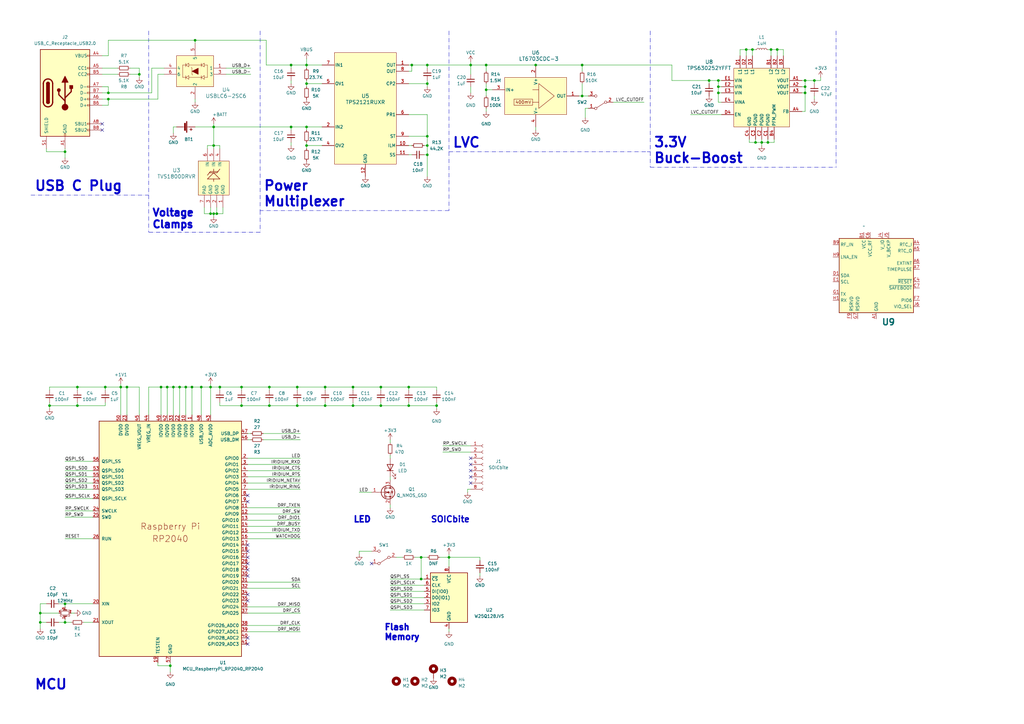
<source format=kicad_sch>
(kicad_sch (version 20230121) (generator eeschema)
  (paper "A3")
  (junction (at 16.51 255.27))
  (junction (at 184.15 228.6))
  (junction (at 314.96 58.42))
  (junction (at 330.2 38.1))
  (junction (at 121.92 158.75))
  (junction (at 168.91 26.67))
  (junction (at 66.04 158.75))
  (junction (at 110.49 158.75))
  (junction (at 172.72 237.49))
  (junction (at 31.75 166.37))
  (junction (at 57.15 30.48))
  (junction (at 306.07 20.32))
  (junction (at 86.36 158.75))
  (junction (at 318.77 20.32))
  (junction (at 238.76 39.37))
  (junction (at 43.18 158.75))
  (junction (at 73.66 158.75))
  (junction (at 125.73 26.67))
  (junction (at 80.01 16.51))
  (junction (at 87.63 59.69))
  (junction (at 49.53 158.75))
  (junction (at 20.32 166.37))
  (junction (at 16.51 251.46))
  (junction (at 175.26 55.88))
  (junction (at 119.38 52.07))
  (junction (at 330.2 35.56))
  (junction (at 110.49 166.37))
  (junction (at 78.74 158.75))
  (junction (at 26.67 255.27))
  (junction (at 156.21 158.75))
  (junction (at 133.35 166.37))
  (junction (at 179.07 166.37))
  (junction (at 294.64 33.02))
  (junction (at 330.2 33.02))
  (junction (at 175.26 59.69))
  (junction (at 26.67 62.23))
  (junction (at 26.67 247.65))
  (junction (at 175.26 34.29))
  (junction (at 87.63 87.63))
  (junction (at 175.26 63.5))
  (junction (at 144.78 166.37))
  (junction (at 44.45 40.64))
  (junction (at 238.76 26.67))
  (junction (at 294.64 38.1))
  (junction (at 312.42 58.42))
  (junction (at 316.23 20.32))
  (junction (at 99.06 166.37))
  (junction (at 167.64 158.75))
  (junction (at 125.73 34.29))
  (junction (at 219.71 26.67))
  (junction (at 87.63 52.07))
  (junction (at 76.2 158.75))
  (junction (at 99.06 158.75))
  (junction (at 156.21 166.37))
  (junction (at 68.58 158.75))
  (junction (at 90.17 158.75))
  (junction (at 44.45 38.1))
  (junction (at 125.73 59.69))
  (junction (at 144.78 158.75))
  (junction (at 334.01 33.02))
  (junction (at 88.9 87.63))
  (junction (at 125.73 52.07))
  (junction (at 71.12 158.75))
  (junction (at 172.72 228.6))
  (junction (at 290.83 33.02))
  (junction (at 52.07 158.75))
  (junction (at 175.26 26.67))
  (junction (at 119.38 26.67))
  (junction (at 199.39 36.83))
  (junction (at 69.85 273.05))
  (junction (at 309.88 58.42))
  (junction (at 294.64 35.56))
  (junction (at 82.55 158.75))
  (junction (at 193.04 26.67))
  (junction (at 31.75 158.75))
  (junction (at 199.39 26.67))
  (junction (at 167.64 166.37))
  (junction (at 86.36 87.63))
  (junction (at 308.61 20.32))
  (junction (at 121.92 166.37))
  (junction (at 133.35 158.75))
  (no_connect (at 101.6 233.68))
  (no_connect (at 193.04 193.04))
  (no_connect (at 101.6 223.52))
  (no_connect (at 101.6 261.62))
  (no_connect (at 101.6 264.16))
  (no_connect (at 193.04 187.96))
  (no_connect (at 193.04 195.58))
  (no_connect (at 193.04 198.12))
  (no_connect (at 101.6 226.06))
  (no_connect (at 101.6 246.38))
  (no_connect (at 41.91 53.34))
  (no_connect (at 101.6 203.2))
  (no_connect (at 101.6 243.84))
  (no_connect (at 101.6 228.6))
  (no_connect (at 101.6 205.74))
  (no_connect (at 193.04 190.5))
  (no_connect (at 101.6 231.14))
  (no_connect (at 101.6 236.22))
  (no_connect (at 152.4 231.14))
  (no_connect (at 41.91 50.8))
  (wire (pts (xy 119.38 52.07) (xy 125.73 52.07)))
  (wire (pts (xy 167.64 29.21) (xy 168.91 29.21)))
  (wire (pts (xy 109.22 16.51) (xy 109.22 26.67)))
  (wire (pts (xy 309.88 57.15) (xy 309.88 58.42)))
  (wire (pts (xy 125.73 34.29) (xy 125.73 35.56)))
  (wire (pts (xy 43.18 165.1) (xy 43.18 166.37)))
  (wire (pts (xy 88.9 87.63) (xy 91.44 87.63)))
  (wire (pts (xy 167.64 46.99) (xy 175.26 46.99)))
  (wire (pts (xy 152.4 201.93) (xy 147.32 201.93)))
  (polyline (pts (xy 266.7 68.58) (xy 342.9 68.58)) (stroke (width 0) (type dash_dot)))
  (wire (pts (xy 31.75 158.75) (xy 43.18 158.75)))
  (wire (pts (xy 238.76 39.37) (xy 241.3 39.37)))
  (wire (pts (xy 306.07 20.32) (xy 308.61 20.32)))
  (wire (pts (xy 52.07 158.75) (xy 49.53 158.75)))
  (wire (pts (xy 29.21 251.46) (xy 30.48 251.46)))
  (wire (pts (xy 26.67 204.47) (xy 38.1 204.47)))
  (wire (pts (xy 193.04 25.4) (xy 193.04 26.67)))
  (wire (pts (xy 199.39 36.83) (xy 201.93 36.83)))
  (wire (pts (xy 26.67 220.98) (xy 38.1 220.98)))
  (wire (pts (xy 316.23 22.86) (xy 316.23 20.32)))
  (wire (pts (xy 167.64 34.29) (xy 175.26 34.29)))
  (wire (pts (xy 160.02 207.01) (xy 160.02 208.28)))
  (wire (pts (xy 168.91 29.21) (xy 168.91 26.67)))
  (wire (pts (xy 64.77 271.78) (xy 64.77 273.05)))
  (wire (pts (xy 237.49 39.37) (xy 238.76 39.37)))
  (wire (pts (xy 318.77 20.32) (xy 316.23 20.32)))
  (wire (pts (xy 20.32 158.75) (xy 31.75 158.75)))
  (wire (pts (xy 184.15 228.6) (xy 184.15 232.41)))
  (wire (pts (xy 91.44 87.63) (xy 91.44 85.09)))
  (wire (pts (xy 101.6 213.36) (xy 123.19 213.36)))
  (wire (pts (xy 82.55 158.75) (xy 86.36 158.75)))
  (wire (pts (xy 173.99 63.5) (xy 175.26 63.5)))
  (wire (pts (xy 66.04 158.75) (xy 68.58 158.75)))
  (wire (pts (xy 26.67 255.27) (xy 26.67 254)))
  (wire (pts (xy 110.49 166.37) (xy 121.92 166.37)))
  (wire (pts (xy 144.78 166.37) (xy 156.21 166.37)))
  (wire (pts (xy 71.12 158.75) (xy 71.12 170.18)))
  (wire (pts (xy 160.02 245.11) (xy 173.99 245.11)))
  (wire (pts (xy 101.6 208.28) (xy 123.19 208.28)))
  (wire (pts (xy 125.73 26.67) (xy 125.73 27.94)))
  (wire (pts (xy 57.15 27.94) (xy 57.15 30.48)))
  (polyline (pts (xy 266.7 62.23) (xy 266.7 68.58)) (stroke (width 0) (type dash_dot)))
  (wire (pts (xy 294.64 33.02) (xy 290.83 33.02)))
  (wire (pts (xy 275.59 26.67) (xy 238.76 26.67)))
  (wire (pts (xy 295.91 41.91) (xy 294.64 41.91)))
  (wire (pts (xy 99.06 165.1) (xy 99.06 166.37)))
  (wire (pts (xy 121.92 158.75) (xy 121.92 160.02)))
  (wire (pts (xy 16.51 255.27) (xy 16.51 251.46)))
  (polyline (pts (xy 266.7 12.7) (xy 266.7 62.23)) (stroke (width 0) (type dash_dot)))
  (wire (pts (xy 41.91 22.86) (xy 44.45 22.86)))
  (wire (pts (xy 119.38 26.67) (xy 119.38 27.94)))
  (wire (pts (xy 64.77 30.48) (xy 67.31 30.48)))
  (wire (pts (xy 99.06 166.37) (xy 110.49 166.37)))
  (wire (pts (xy 160.02 237.49) (xy 172.72 237.49)))
  (polyline (pts (xy 106.68 95.25) (xy 60.96 95.25)) (stroke (width 0) (type dash_dot)))
  (wire (pts (xy 160.02 186.69) (xy 160.02 187.96)))
  (wire (pts (xy 87.63 52.07) (xy 119.38 52.07)))
  (wire (pts (xy 330.2 33.02) (xy 328.93 33.02)))
  (wire (pts (xy 57.15 170.18) (xy 57.15 158.75)))
  (wire (pts (xy 316.23 20.32) (xy 314.96 20.32)))
  (wire (pts (xy 156.21 165.1) (xy 156.21 166.37)))
  (wire (pts (xy 110.49 158.75) (xy 110.49 160.02)))
  (wire (pts (xy 26.67 198.12) (xy 38.1 198.12)))
  (wire (pts (xy 175.26 26.67) (xy 175.26 27.94)))
  (wire (pts (xy 160.02 250.19) (xy 173.99 250.19)))
  (wire (pts (xy 66.04 158.75) (xy 66.04 170.18)))
  (wire (pts (xy 330.2 35.56) (xy 330.2 33.02)))
  (wire (pts (xy 328.93 35.56) (xy 330.2 35.56)))
  (wire (pts (xy 53.34 27.94) (xy 57.15 27.94)))
  (wire (pts (xy 125.73 59.69) (xy 132.08 59.69)))
  (wire (pts (xy 307.34 57.15) (xy 307.34 58.42)))
  (wire (pts (xy 184.15 257.81) (xy 184.15 259.08)))
  (wire (pts (xy 101.6 210.82) (xy 123.19 210.82)))
  (wire (pts (xy 68.58 158.75) (xy 71.12 158.75)))
  (wire (pts (xy 119.38 52.07) (xy 119.38 53.34)))
  (wire (pts (xy 294.64 41.91) (xy 294.64 38.1)))
  (wire (pts (xy 107.95 177.8) (xy 123.19 177.8)))
  (wire (pts (xy 175.26 55.88) (xy 175.26 59.69)))
  (wire (pts (xy 53.34 30.48) (xy 57.15 30.48)))
  (wire (pts (xy 312.42 57.15) (xy 312.42 58.42)))
  (wire (pts (xy 20.32 160.02) (xy 20.32 158.75)))
  (wire (pts (xy 87.63 87.63) (xy 87.63 88.9)))
  (wire (pts (xy 160.02 242.57) (xy 173.99 242.57)))
  (wire (pts (xy 173.99 59.69) (xy 175.26 59.69)))
  (wire (pts (xy 31.75 166.37) (xy 43.18 166.37)))
  (wire (pts (xy 26.67 195.58) (xy 38.1 195.58)))
  (wire (pts (xy 69.85 271.78) (xy 69.85 273.05)))
  (wire (pts (xy 179.07 166.37) (xy 179.07 167.64)))
  (wire (pts (xy 133.35 165.1) (xy 133.35 166.37)))
  (wire (pts (xy 87.63 52.07) (xy 87.63 59.69)))
  (wire (pts (xy 90.17 60.96) (xy 90.17 59.69)))
  (wire (pts (xy 219.71 26.67) (xy 238.76 26.67)))
  (wire (pts (xy 76.2 158.75) (xy 78.74 158.75)))
  (wire (pts (xy 144.78 165.1) (xy 144.78 166.37)))
  (polyline (pts (xy 184.15 12.7) (xy 184.15 62.23)) (stroke (width 0) (type dash_dot)))
  (wire (pts (xy 238.76 34.29) (xy 238.76 39.37)))
  (wire (pts (xy 314.96 57.15) (xy 314.96 58.42)))
  (wire (pts (xy 119.38 33.02) (xy 119.38 34.29)))
  (wire (pts (xy 80.01 16.51) (xy 109.22 16.51)))
  (wire (pts (xy 41.91 30.48) (xy 48.26 30.48)))
  (wire (pts (xy 78.74 158.75) (xy 82.55 158.75)))
  (wire (pts (xy 101.6 177.8) (xy 102.87 177.8)))
  (wire (pts (xy 168.91 26.67) (xy 175.26 26.67)))
  (wire (pts (xy 160.02 195.58) (xy 160.02 196.85)))
  (wire (pts (xy 199.39 34.29) (xy 199.39 36.83)))
  (wire (pts (xy 308.61 22.86) (xy 308.61 20.32)))
  (wire (pts (xy 167.64 59.69) (xy 168.91 59.69)))
  (wire (pts (xy 314.96 58.42) (xy 312.42 58.42)))
  (polyline (pts (xy 12.7 80.01) (xy 60.96 80.01)) (stroke (width 0) (type dash_dot)))
  (wire (pts (xy 199.39 45.72) (xy 199.39 44.45)))
  (wire (pts (xy 175.26 26.67) (xy 193.04 26.67)))
  (wire (pts (xy 184.15 228.6) (xy 184.15 227.33)))
  (wire (pts (xy 101.6 259.08) (xy 123.19 259.08)))
  (wire (pts (xy 160.02 247.65) (xy 173.99 247.65)))
  (wire (pts (xy 83.82 85.09) (xy 83.82 87.63)))
  (wire (pts (xy 26.67 193.04) (xy 38.1 193.04)))
  (wire (pts (xy 101.6 198.12) (xy 123.19 198.12)))
  (wire (pts (xy 101.6 241.3) (xy 123.19 241.3)))
  (wire (pts (xy 144.78 158.75) (xy 133.35 158.75)))
  (wire (pts (xy 101.6 218.44) (xy 123.19 218.44)))
  (wire (pts (xy 101.6 220.98) (xy 123.19 220.98)))
  (wire (pts (xy 330.2 38.1) (xy 330.2 35.56)))
  (wire (pts (xy 76.2 158.75) (xy 76.2 170.18)))
  (wire (pts (xy 57.15 158.75) (xy 52.07 158.75)))
  (wire (pts (xy 283.21 46.99) (xy 295.91 46.99)))
  (wire (pts (xy 26.67 200.66) (xy 38.1 200.66)))
  (wire (pts (xy 86.36 158.75) (xy 90.17 158.75)))
  (wire (pts (xy 144.78 158.75) (xy 144.78 160.02)))
  (wire (pts (xy 133.35 158.75) (xy 121.92 158.75)))
  (wire (pts (xy 57.15 30.48) (xy 57.15 31.75)))
  (wire (pts (xy 184.15 228.6) (xy 196.85 228.6)))
  (wire (pts (xy 102.87 30.48) (xy 92.71 30.48)))
  (wire (pts (xy 87.63 87.63) (xy 88.9 87.63)))
  (wire (pts (xy 80.01 52.07) (xy 87.63 52.07)))
  (wire (pts (xy 172.72 228.6) (xy 172.72 237.49)))
  (wire (pts (xy 101.6 256.54) (xy 123.19 256.54)))
  (wire (pts (xy 199.39 26.67) (xy 219.71 26.67)))
  (wire (pts (xy 44.45 35.56) (xy 44.45 38.1)))
  (polyline (pts (xy 106.68 12.7) (xy 106.68 86.36)) (stroke (width 0) (type dash_dot)))
  (wire (pts (xy 73.66 158.75) (xy 73.66 170.18)))
  (wire (pts (xy 99.06 158.75) (xy 99.06 160.02)))
  (wire (pts (xy 16.51 255.27) (xy 19.05 255.27)))
  (wire (pts (xy 26.67 60.96) (xy 26.67 62.23)))
  (wire (pts (xy 336.55 31.75) (xy 336.55 33.02)))
  (wire (pts (xy 196.85 236.22) (xy 196.85 234.95)))
  (wire (pts (xy 181.61 182.88) (xy 193.04 182.88)))
  (wire (pts (xy 85.09 60.96) (xy 85.09 59.69)))
  (wire (pts (xy 102.87 27.94) (xy 92.71 27.94)))
  (wire (pts (xy 334.01 34.29) (xy 334.01 33.02)))
  (wire (pts (xy 90.17 166.37) (xy 99.06 166.37)))
  (wire (pts (xy 199.39 26.67) (xy 199.39 29.21)))
  (wire (pts (xy 82.55 158.75) (xy 82.55 170.18)))
  (wire (pts (xy 52.07 158.75) (xy 52.07 170.18)))
  (wire (pts (xy 121.92 166.37) (xy 133.35 166.37)))
  (wire (pts (xy 191.77 200.66) (xy 193.04 200.66)))
  (wire (pts (xy 147.32 226.06) (xy 152.4 226.06)))
  (wire (pts (xy 175.26 35.56) (xy 175.26 34.29)))
  (wire (pts (xy 24.13 255.27) (xy 26.67 255.27)))
  (wire (pts (xy 101.6 187.96) (xy 123.19 187.96)))
  (wire (pts (xy 334.01 39.37) (xy 334.01 40.64)))
  (wire (pts (xy 110.49 158.75) (xy 99.06 158.75)))
  (wire (pts (xy 251.46 41.91) (xy 264.16 41.91)))
  (wire (pts (xy 88.9 85.09) (xy 88.9 87.63)))
  (polyline (pts (xy 184.15 62.23) (xy 265.43 62.23)) (stroke (width 0) (type dash_dot)))
  (wire (pts (xy 101.6 195.58) (xy 123.19 195.58)))
  (wire (pts (xy 26.67 62.23) (xy 19.05 62.23)))
  (wire (pts (xy 44.45 43.18) (xy 44.45 40.64)))
  (wire (pts (xy 133.35 166.37) (xy 144.78 166.37)))
  (wire (pts (xy 275.59 33.02) (xy 275.59 26.67)))
  (wire (pts (xy 26.67 247.65) (xy 26.67 248.92)))
  (wire (pts (xy 69.85 273.05) (xy 69.85 275.59)))
  (wire (pts (xy 179.07 158.75) (xy 167.64 158.75)))
  (wire (pts (xy 83.82 87.63) (xy 86.36 87.63)))
  (wire (pts (xy 330.2 33.02) (xy 334.01 33.02)))
  (wire (pts (xy 193.04 26.67) (xy 193.04 30.48)))
  (wire (pts (xy 172.72 228.6) (xy 175.26 228.6)))
  (wire (pts (xy 34.29 255.27) (xy 38.1 255.27)))
  (polyline (pts (xy 106.68 86.36) (xy 106.68 95.25)) (stroke (width 0) (type dash_dot)))
  (wire (pts (xy 307.34 58.42) (xy 309.88 58.42)))
  (wire (pts (xy 44.45 38.1) (xy 41.91 38.1)))
  (wire (pts (xy 306.07 22.86) (xy 306.07 20.32)))
  (wire (pts (xy 312.42 58.42) (xy 312.42 59.69)))
  (wire (pts (xy 68.58 158.75) (xy 68.58 170.18)))
  (wire (pts (xy 167.64 158.75) (xy 167.64 160.02)))
  (wire (pts (xy 321.31 22.86) (xy 321.31 20.32)))
  (wire (pts (xy 193.04 26.67) (xy 199.39 26.67)))
  (wire (pts (xy 20.32 165.1) (xy 20.32 166.37)))
  (wire (pts (xy 26.67 247.65) (xy 38.1 247.65)))
  (wire (pts (xy 44.45 16.51) (xy 80.01 16.51)))
  (wire (pts (xy 175.26 46.99) (xy 175.26 55.88)))
  (wire (pts (xy 87.63 59.69) (xy 87.63 60.96)))
  (wire (pts (xy 87.63 50.8) (xy 87.63 52.07)))
  (polyline (pts (xy 60.96 12.7) (xy 60.96 95.25)) (stroke (width 0) (type dash_dot)))
  (wire (pts (xy 60.96 158.75) (xy 66.04 158.75)))
  (wire (pts (xy 78.74 170.18) (xy 78.74 158.75)))
  (wire (pts (xy 101.6 248.92) (xy 123.19 248.92)))
  (wire (pts (xy 199.39 39.37) (xy 199.39 36.83)))
  (wire (pts (xy 71.12 54.61) (xy 71.12 52.07)))
  (wire (pts (xy 240.03 44.45) (xy 241.3 44.45)))
  (wire (pts (xy 71.12 158.75) (xy 73.66 158.75)))
  (wire (pts (xy 238.76 26.67) (xy 238.76 29.21)))
  (wire (pts (xy 20.32 166.37) (xy 20.32 167.64)))
  (wire (pts (xy 156.21 166.37) (xy 167.64 166.37)))
  (wire (pts (xy 318.77 22.86) (xy 318.77 20.32)))
  (wire (pts (xy 121.92 165.1) (xy 121.92 166.37)))
  (wire (pts (xy 172.72 237.49) (xy 173.99 237.49)))
  (wire (pts (xy 49.53 158.75) (xy 49.53 170.18)))
  (wire (pts (xy 328.93 45.72) (xy 330.2 45.72)))
  (wire (pts (xy 334.01 33.02) (xy 336.55 33.02)))
  (wire (pts (xy 64.77 40.64) (xy 64.77 30.48)))
  (wire (pts (xy 26.67 255.27) (xy 29.21 255.27)))
  (wire (pts (xy 86.36 85.09) (xy 86.36 87.63)))
  (wire (pts (xy 133.35 158.75) (xy 133.35 160.02)))
  (wire (pts (xy 167.64 165.1) (xy 167.64 166.37)))
  (wire (pts (xy 303.53 22.86) (xy 303.53 20.32)))
  (wire (pts (xy 44.45 40.64) (xy 41.91 40.64)))
  (wire (pts (xy 125.73 52.07) (xy 132.08 52.07)))
  (wire (pts (xy 101.6 251.46) (xy 123.19 251.46)))
  (wire (pts (xy 41.91 35.56) (xy 44.45 35.56)))
  (wire (pts (xy 44.45 38.1) (xy 62.23 38.1)))
  (wire (pts (xy 62.23 38.1) (xy 62.23 27.94)))
  (wire (pts (xy 64.77 273.05) (xy 69.85 273.05)))
  (wire (pts (xy 16.51 257.81) (xy 16.51 255.27)))
  (wire (pts (xy 31.75 165.1) (xy 31.75 166.37)))
  (wire (pts (xy 170.18 228.6) (xy 172.72 228.6)))
  (wire (pts (xy 101.6 193.04) (xy 123.19 193.04)))
  (wire (pts (xy 16.51 251.46) (xy 24.13 251.46)))
  (wire (pts (xy 101.6 180.34) (xy 102.87 180.34)))
  (wire (pts (xy 119.38 58.42) (xy 119.38 59.69)))
  (wire (pts (xy 294.64 35.56) (xy 295.91 35.56)))
  (wire (pts (xy 26.67 62.23) (xy 26.67 64.77)))
  (wire (pts (xy 109.22 26.67) (xy 119.38 26.67)))
  (wire (pts (xy 321.31 20.32) (xy 318.77 20.32)))
  (wire (pts (xy 99.06 158.75) (xy 90.17 158.75)))
  (wire (pts (xy 101.6 200.66) (xy 123.19 200.66)))
  (wire (pts (xy 167.64 158.75) (xy 156.21 158.75)))
  (wire (pts (xy 160.02 240.03) (xy 173.99 240.03)))
  (wire (pts (xy 175.26 33.02) (xy 175.26 34.29)))
  (wire (pts (xy 43.18 160.02) (xy 43.18 158.75)))
  (wire (pts (xy 219.71 52.07) (xy 219.71 53.34)))
  (wire (pts (xy 125.73 52.07) (xy 125.73 53.34)))
  (wire (pts (xy 19.05 60.96) (xy 19.05 62.23)))
  (wire (pts (xy 31.75 158.75) (xy 31.75 160.02)))
  (wire (pts (xy 85.09 59.69) (xy 87.63 59.69)))
  (wire (pts (xy 71.12 52.07) (xy 72.39 52.07)))
  (wire (pts (xy 90.17 158.75) (xy 90.17 160.02)))
  (wire (pts (xy 294.64 35.56) (xy 294.64 33.02)))
  (wire (pts (xy 43.18 158.75) (xy 49.53 158.75)))
  (wire (pts (xy 121.92 158.75) (xy 110.49 158.75)))
  (wire (pts (xy 308.61 20.32) (xy 309.88 20.32)))
  (wire (pts (xy 90.17 165.1) (xy 90.17 166.37)))
  (wire (pts (xy 180.34 228.6) (xy 184.15 228.6)))
  (wire (pts (xy 44.45 22.86) (xy 44.45 16.51)))
  (wire (pts (xy 20.32 166.37) (xy 31.75 166.37)))
  (wire (pts (xy 156.21 158.75) (xy 156.21 160.02)))
  (wire (pts (xy 119.38 26.67) (xy 125.73 26.67)))
  (wire (pts (xy 86.36 157.48) (xy 86.36 158.75)))
  (wire (pts (xy 26.67 189.23) (xy 38.1 189.23)))
  (wire (pts (xy 41.91 27.94) (xy 48.26 27.94)))
  (wire (pts (xy 125.73 33.02) (xy 125.73 34.29)))
  (wire (pts (xy 275.59 33.02) (xy 290.83 33.02)))
  (wire (pts (xy 125.73 34.29) (xy 132.08 34.29)))
  (wire (pts (xy 167.64 63.5) (xy 168.91 63.5)))
  (wire (pts (xy 317.5 57.15) (xy 317.5 58.42)))
  (wire (pts (xy 317.5 58.42) (xy 314.96 58.42)))
  (wire (pts (xy 125.73 24.13) (xy 125.73 26.67)))
  (wire (pts (xy 86.36 87.63) (xy 87.63 87.63)))
  (wire (pts (xy 110.49 165.1) (xy 110.49 166.37)))
  (polyline (pts (xy 265.43 62.23) (xy 266.7 62.23)) (stroke (width 0) (type dash_dot)))
  (wire (pts (xy 160.02 180.34) (xy 160.02 181.61)))
  (wire (pts (xy 179.07 160.02) (xy 179.07 158.75)))
  (wire (pts (xy 193.04 35.56) (xy 193.04 38.1)))
  (wire (pts (xy 125.73 58.42) (xy 125.73 59.69)))
  (wire (pts (xy 290.83 33.02) (xy 290.83 34.29)))
  (wire (pts (xy 175.26 59.69) (xy 175.26 63.5)))
  (wire (pts (xy 179.07 165.1) (xy 179.07 166.37)))
  (wire (pts (xy 328.93 38.1) (xy 330.2 38.1)))
  (wire (pts (xy 90.17 59.69) (xy 87.63 59.69)))
  (wire (pts (xy 125.73 59.69) (xy 125.73 60.96)))
  (wire (pts (xy 240.03 48.26) (xy 240.03 44.45)))
  (wire (pts (xy 167.64 55.88) (xy 175.26 55.88)))
  (wire (pts (xy 156.21 158.75) (xy 144.78 158.75)))
  (wire (pts (xy 24.13 247.65) (xy 26.67 247.65)))
  (wire (pts (xy 107.95 180.34) (xy 123.19 180.34)))
  (wire (pts (xy 167.64 26.67) (xy 168.91 26.67)))
  (wire (pts (xy 26.67 209.55) (xy 38.1 209.55)))
  (wire (pts (xy 44.45 40.64) (xy 64.77 40.64)))
  (wire (pts (xy 86.36 158.75) (xy 86.36 170.18)))
  (wire (pts (xy 181.61 185.42) (xy 193.04 185.42)))
  (wire (pts (xy 196.85 228.6) (xy 196.85 229.87)))
  (wire (pts (xy 303.53 20.32) (xy 306.07 20.32)))
  (wire (pts (xy 26.67 212.09) (xy 38.1 212.09)))
  (wire (pts (xy 41.91 43.18) (xy 44.45 43.18)))
  (wire (pts (xy 80.01 40.64) (xy 80.01 41.91)))
  (wire (pts (xy 167.64 166.37) (xy 179.07 166.37)))
  (wire (pts (xy 162.56 228.6) (xy 165.1 228.6)))
  (wire (pts (xy 73.66 158.75) (xy 76.2 158.75)))
  (wire (pts (xy 294.64 33.02) (xy 295.91 33.02)))
  (wire (pts (xy 101.6 238.76) (xy 123.19 238.76)))
  (wire (pts (xy 309.88 58.42) (xy 312.42 58.42)))
  (wire (pts (xy 80.01 16.51) (xy 80.01 17.78)))
  (wire (pts (xy 101.6 215.9) (xy 123.19 215.9)))
  (wire (pts (xy 294.64 38.1) (xy 294.64 35.56)))
  (wire (pts (xy 175.26 63.5) (xy 175.26 72.39)))
  (wire (pts (xy 191.77 201.93) (xy 191.77 200.66)))
  (wire (pts (xy 16.51 251.46) (xy 16.51 247.65)))
  (wire (pts (xy 49.53 158.75) (xy 49.53 157.48)))
  (wire (pts (xy 294.64 38.1) (xy 295.91 38.1)))
  (wire (pts (xy 125.73 26.67) (xy 132.08 26.67)))
  (wire (pts (xy 60.96 170.18) (xy 60.96 158.75)))
  (polyline (pts (xy 184.15 86.36) (xy 106.68 86.36)) (stroke (width 0) (type dash_dot)))
  (polyline (pts (xy 184.15 62.23) (xy 184.15 86.36)) (stroke (width 0) (type dash_dot)))
  (polyline (pts (xy 342.9 12.7) (xy 342.9 68.58)) (stroke (width 0) (type dash_dot)))
  (wire (pts (xy 101.6 190.5) (xy 123.19 190.5)))
  (wire (pts (xy 62.23 27.94) (xy 67.31 27.94)))
  (wire (pts (xy 147.32 227.33) (xy 147.32 226.06)))
  (wire (pts (xy 16.51 247.65) (xy 19.05 247.65)))
  (wire (pts (xy 330.2 45.72) (xy 330.2 38.1)))
  (text "LVC" (at 185.42 60.96 0) (effects (font (size 4 4) (thickness 0.8) bold) (justify left bottom)))
  (text "MCU\n" (at 13.97 283.21 0) (effects (font (size 4 4) (thickness 0.8) bold) (justify left bottom)))
  (text "Flash\nMemory" (at 157.48 262.89 0) (effects (font (size 2.5 2.5) (thickness 0.8) bold) (justify left bottom)))
  (text "Voltage\nClamps" (at 62.23 93.98 0) (effects (font (size 3 3) (thickness 0.8) bold) (justify left bottom)))
  (text "SOICbite" (at 176.53 214.63 0) (effects (font (size 2.5 2.5) (thickness 0.5) bold) (justify left bottom)))
  (text "LED" (at 144.78 214.63 0) (effects (font (size 2.5 2.5) (thickness 0.8) bold) (justify left bottom)))
  (text "USB C Plug" (at 13.97 78.74 0) (effects (font (size 4 4) (thickness 0.8) bold) (justify left bottom)))
  (text "3.3V\nBuck-Boost" (at 267.97 67.31 0) (effects (font (size 4 4) (thickness 0.8) bold) (justify left bottom)))
  (text "Power\nMultiplexer" (at 107.95 85.09 0) (effects (font (size 4 4) (thickness 0.8) bold) (justify left bottom)))
  (label "DRF_DIO1" (at 123.19 213.36 180))
  (label "USB_D-" (at 123.19 180.34 180))
  (label "QSPI_SD0" (at 26.67 193.04 0))
  (label "RP_SWD" (at 26.67 212.09 0))
  (label "RP_SWCLK" (at 26.67 209.55 0))
  (label "LVC_CUTOFF" (at 283.21 46.99 0))
  (label "RESET" (at 26.67 220.98 0))
  (label "DRF_CLK" (at 123.19 256.54 180))
  (label "RP_SWCLK" (at 181.61 182.88 0))
  (label "IRIDIUM_CTS" (at 123.19 193.04 180))
  (label "IRIDIUM_RING" (at 123.19 200.66 180))
  (label "QSPI_SCLK" (at 160.02 240.03 0))
  (label "QSPI_SD2" (at 26.67 198.12 0))
  (label "IRIDIUM_RTS" (at 123.19 195.58 180))
  (label "DRF_TXEN" (at 123.19 208.28 180))
  (label "USB_D-" (at 102.87 30.48 180))
  (label "IRIDIUM_RXD" (at 123.19 190.5 180))
  (label "SCL" (at 123.19 241.3 180))
  (label "LED" (at 147.32 201.93 0))
  (label "DRF_CS" (at 123.19 251.46 180))
  (label "DRF_MISO" (at 123.19 248.92 180))
  (label "USB_D+" (at 123.19 177.8 180))
  (label "RP_SWD" (at 181.61 185.42 0))
  (label "QSPI_SD2" (at 160.02 247.65 0))
  (label "LVC_CUTOFF" (at 264.16 41.91 180))
  (label "DRF_MOSI" (at 123.19 259.08 180))
  (label "QSPI_SS" (at 160.02 237.49 0))
  (label "IRIDIUM_TXD" (at 123.19 218.44 180))
  (label "IRIDIUM_NETAV" (at 123.19 198.12 180))
  (label "DRF_BUSY" (at 123.19 215.9 180))
  (label "SDA" (at 123.19 238.76 180))
  (label "QSPI_SD3" (at 26.67 200.66 0))
  (label "WATCHDOG" (at 123.19 220.98 180))
  (label "QSPI_SD1" (at 160.02 245.11 0))
  (label "LED" (at 123.19 187.96 180))
  (label "DRF_SW" (at 123.19 210.82 180))
  (label "QSPI_SD3" (at 160.02 250.19 0))
  (label "QSPI_SS" (at 26.67 189.23 0))
  (label "USB_D+" (at 102.87 27.94 180))
  (label "QSPI_SD1" (at 26.67 195.58 0))
  (label "QSPI_SD0" (at 160.02 242.57 0))
  (label "QSPI_SCLK" (at 26.67 204.47 0))
  (symbol (lib_id "BITSv5:MIA-M10Q") (at 359.41 113.03 0) (unit 1)
    (property "Reference" "U9" (at 361.3659 132.08 0) (effects (font (size 2.54 2.54) bold) (justify left)))
    (property "Value" "~" (at 354.33 92.71 0))
    (property "Footprint" "BITSv5:MIA-M10Q" (effects hide))
  )
  (symbol (lib_id "BITSv5:MCU_RaspberryPi_RP2040") (at 69.85 220.98 0) (unit 1)
    (property "Reference" "U1" (at 91.44 271.78 0))
    (property "Value" "MCU_RaspberryPi_RP2040_RP2040" (at 91.44 274.32 0))
    (property "Footprint" "BITSv5:RP2040-QFN-56" (effects hide))
  )
  (symbol (lib_id "Device:C_Small") (at 290.83 36.83 0) (unit 1)
    (property "Reference" "C21" (at 285.75 35.56 0))
    (property "Value" "10uF" (at 285.75 38.1 0))
  )
  (symbol (lib_id "Device:C_Small") (at 119.38 55.88 0) (mirror y) (unit 1)
    (property "Reference" "C17" (at 114.3 54.61 0))
    (property "Value" "10uF" (at 114.3 57.15 0))
    (property "Footprint" "Capacitor_SMD:C_0603_1608Metric" (effects hide))
  )
  (symbol (lib_id "Switch:SW_SPDT") (at 157.48 228.6 180) (unit 1)
    (property "Reference" "SW1" (at 157.48 223.52 0))
    (property "Footprint" "BITSv5:CAS-120TB_NDC-M" (effects hide))
  )
  (symbol (lib_id "power:GND") (at 199.39 45.72 0) (unit 1)
    (property "Reference" "#PWR032" (effects hide))
    (property "Value" "GND" (at 199.39 50.8 0))
  )
  (symbol (lib_id "Device:R_Small") (at 199.39 41.91 0) (unit 1)
    (property "Reference" "R15" (at 203.2 40.64 0))
    (property "Value" "100K" (at 203.2 43.18 0))
    (property "Footprint" "Resistor_SMD:R_0402_1005Metric" (effects hide))
  )
  (symbol (lib_id "power:VCC") (at 193.04 25.4 0) (unit 1)
    (property "Reference" "#PWR030" (effects hide))
    (property "Value" "VCC" (at 193.04 21.59 0))
  )
  (symbol (lib_id "Device:Q_NMOS_GSD") (at 157.48 201.93 0) (unit 1)
    (property "Reference" "Q1" (at 168.91 200.66 0))
    (property "Value" "Q_NMOS_GSD" (at 168.91 203.2 0))
    (property "Footprint" "Package_TO_SOT_SMD:SOT-23-3" (effects hide))
  )
  (symbol (lib_id "power:GND") (at 87.63 88.9 0) (unit 1)
    (property "Reference" "#PWR021" (effects hide))
    (property "Value" "GND" (at 87.63 92.71 0))
  )
  (symbol (lib_id "Mechanical:MountingHole") (at 185.42 279.4 0) (unit 1)
    (property "Reference" "H4" (at 187.96 278.765 0) (effects (justify left)))
    (property "Value" "M2" (at 187.96 281.305 0) (effects (justify left)))
    (property "Footprint" "MountingHole:MountingHole_2.2mm_M2_Pad" (effects hide))
  )
  (symbol (lib_id "power:GND") (at 30.48 251.46 90) (unit 1)
    (property "Reference" "#PWR03" (effects hide))
    (property "Value" "GND" (at 35.56 251.46 90))
  )
  (symbol (lib_id "power:GND") (at 196.85 236.22 0) (unit 1)
    (property "Reference" "#PWR015" (effects hide))
    (property "Value" "GND" (at 196.85 240.03 0))
  )
  (symbol (lib_id "Device:C_Small") (at 175.26 30.48 0) (unit 1)
    (property "Reference" "C19" (at 179.07 29.21 0))
    (property "Value" "1uF" (at 179.07 31.75 0))
    (property "Footprint" "Capacitor_SMD:C_0603_1608Metric" (effects hide))
  )
  (symbol (lib_id "power:+3V3") (at 160.02 180.34 0) (unit 1)
    (property "Reference" "#PWR08" (effects hide))
    (property "Value" "+3V3" (at 160.02 176.53 0))
  )
  (symbol (lib_id "Device:L_Small") (at 312.42 20.32 90) (unit 1)
    (property "Reference" "L1" (at 312.42 15.24 90))
    (property "Value" "1uH" (at 312.42 17.78 90))
  )
  (symbol (lib_id "power:GND") (at 119.38 34.29 0) (mirror y) (unit 1)
    (property "Reference" "#PWR022" (effects hide))
    (property "Value" "GND" (at 119.38 38.1 0))
  )
  (symbol (lib_id "power:+3V3") (at 336.55 31.75 0) (unit 1)
    (property "Reference" "#PWR036" (effects hide))
    (property "Value" "+3V3" (at 336.55 27.94 0))
  )
  (symbol (lib_id "Device:C_Small") (at 193.04 33.02 0) (unit 1)
    (property "Reference" "C20" (at 189.23 31.75 0))
    (property "Value" "1uF" (at 189.23 34.29 0))
    (property "Footprint" "Capacitor_SMD:C_0402_1005Metric" (effects hide))
  )
  (symbol (lib_id "power:+3V3") (at 86.36 157.48 0) (unit 1)
    (property "Reference" "#PWR06" (effects hide))
    (property "Value" "+3V3" (at 86.36 153.67 0))
  )
  (symbol (lib_id "Device:C_Small") (at 121.92 162.56 0) (unit 1)
    (property "Reference" "C9" (at 127 161.29 0))
    (property "Value" "100nF" (at 127 163.83 0))
    (property "Footprint" "Capacitor_SMD:C_0402_1005Metric" (effects hide))
  )
  (symbol (lib_id "Device:C_Small") (at 20.32 162.56 0) (unit 1)
    (property "Reference" "C1" (at 25.4 161.29 0))
    (property "Value" "100nF" (at 25.4 163.83 0))
    (property "Footprint" "Capacitor_SMD:C_0402_1005Metric" (effects hide))
  )
  (symbol (lib_id "power:GND") (at 20.32 167.64 0) (unit 1)
    (property "Reference" "#PWR02" (effects hide))
    (property "Value" "GND" (at 20.32 171.45 0))
  )
  (symbol (lib_id "Device:R_Small") (at 171.45 59.69 90) (unit 1)
    (property "Reference" "R13" (at 179.07 58.42 90))
    (property "Value" "44.2K" (at 179.07 60.96 90))
    (property "Footprint" "Resistor_SMD:R_0603_1608Metric" (effects hide))
  )
  (symbol (lib_id "power:GND") (at 290.83 39.37 0) (unit 1)
    (property "Reference" "#PWR037" (effects hide))
    (property "Value" "GND" (at 290.83 43.18 0))
  )
  (symbol (lib_id "Device:R_Small") (at 177.8 228.6 90) (unit 1)
    (property "Reference" "R6" (at 177.8 226.06 90))
    (property "Value" "DNF" (at 177.8 231.14 90))
    (property "Footprint" "Resistor_SMD:R_0603_1608Metric" (effects hide))
  )
  (symbol (lib_id "Mechanical:MountingHole_Pad") (at 177.8 275.59 0) (unit 1)
    (property "Reference" "H3" (at 180.34 274.955 0) (effects (justify left)))
    (property "Value" "M2" (at 180.34 277.495 0) (effects (justify left)))
    (property "Footprint" "MountingHole:MountingHole_2.2mm_M2_Pad" (effects hide))
  )
  (symbol (lib_id "power:GND") (at 80.01 41.91 0) (unit 1)
    (property "Reference" "#PWR019" (effects hide))
    (property "Value" "GND" (at 80.01 45.72 0))
  )
  (symbol (lib_id "Device:C_Small") (at 156.21 162.56 0) (unit 1)
    (property "Reference" "C12" (at 161.29 161.29 0))
    (property "Value" "100nF" (at 161.29 163.83 0))
    (property "Footprint" "Capacitor_SMD:C_0402_1005Metric" (effects hide))
  )
  (symbol (lib_id "power:VBUS") (at 125.73 24.13 0) (unit 1)
    (property "Reference" "#PWR024" (effects hide))
    (property "Value" "VBUS" (at 125.73 20.32 0))
  )
  (symbol (lib_id "Switch:SW_SPDT") (at 246.38 41.91 180) (unit 1)
    (property "Reference" "SW2" (at 238.76 41.91 0))
    (property "Value" "SLIDE" (effects hide))
    (property "Footprint" "BITSv5:CL-SB-12B-01_NDC" (effects hide))
  )
  (symbol (lib_id "power:GND") (at 334.01 40.64 0) (unit 1)
    (property "Reference" "#PWR038" (effects hide))
    (property "Value" "GND" (at 334.01 45.72 0))
  )
  (symbol (lib_id "Device:LED") (at 160.02 191.77 90) (unit 1)
    (property "Reference" "D1" (at 165.1 190.5 90))
    (property "Value" "LED" (at 165.1 193.04 90))
    (property "Footprint" "LED_SMD:LED_0603_1608Metric" (effects hide))
  )
  (symbol (lib_id "Device:R_Small") (at 125.73 55.88 0) (unit 1)
    (property "Reference" "R11" (at 129.54 54.61 0))
    (property "Value" "23.7K" (at 129.54 57.15 0))
    (property "Footprint" "Resistor_SMD:R_0603_1608Metric" (effects hide))
  )
  (symbol (lib_id "Device:R_Small") (at 238.76 31.75 0) (unit 1)
    (property "Reference" "R16" (at 242.57 30.48 0))
    (property "Value" "510K" (at 242.57 33.02 0))
    (property "Footprint" "Resistor_SMD:R_0402_1005Metric" (effects hide))
  )
  (symbol (lib_id "Device:R_Small") (at 125.73 38.1 0) (unit 1)
    (property "Reference" "R10" (at 129.54 36.83 0))
    (property "Value" "5K" (at 129.54 39.37 0))
    (property "Footprint" "Resistor_SMD:R_0603_1608Metric" (effects hide))
  )
  (symbol (lib_id "Device:C_Small") (at 99.06 162.56 0) (unit 1)
    (property "Reference" "C7" (at 104.14 161.29 0))
    (property "Value" "100nF" (at 104.14 163.83 0))
    (property "Footprint" "Capacitor_SMD:C_0402_1005Metric" (effects hide))
  )
  (symbol (lib_id "BITSv5:TPS2121RUXR") (at 149.86 46.99 0) (unit 1)
    (property "Reference" "U5" (at 149.86 39.37 0) (effects (font (size 1.524 1.524))))
    (property "Value" "TPS2121RUXR" (at 149.86 41.91 0) (effects (font (size 1.524 1.524))))
    (property "Footprint" "BITSv5:TPS2121" (effects hide))
    (property "Datasheet" "TPS2121RUXR" (effects hide))
  )
  (symbol (lib_id "Device:R_Small") (at 160.02 184.15 0) (unit 1)
    (property "Reference" "R4" (at 163.83 182.88 0))
    (property "Value" "470" (at 163.83 185.42 0))
    (property "Footprint" "Resistor_SMD:R_0603_1608Metric" (effects hide))
  )
  (symbol (lib_id "BITSv5:TPS630252YFFT") (at 312.42 53.34 0) (unit 1)
    (property "Reference" "U8" (at 290.83 25.4 0) (effects (font (size 1.524 1.524))))
    (property "Value" "TPS630252YFFT" (at 290.83 27.94 0) (effects (font (size 1.524 1.524))))
    (property "Footprint" "YFF0020AJAF" (effects hide))
    (property "Datasheet" "TPS630252YFFT" (effects hide))
  )
  (symbol (lib_id "power:GND") (at 147.32 227.33 0) (unit 1)
    (property "Reference" "#PWR07" (effects hide))
    (property "Value" "GND" (at 147.32 231.14 0))
  )
  (symbol (lib_id "power:GND") (at 16.51 257.81 0) (unit 1)
    (property "Reference" "#PWR01" (effects hide))
    (property "Value" "GND" (at 16.51 261.62 0))
  )
  (symbol (lib_id "power:+BATT") (at 87.63 50.8 0) (mirror y) (unit 1)
    (property "Reference" "#PWR020" (effects hide))
    (property "Value" "+BATT" (at 90.17 46.99 0))
  )
  (symbol (lib_id "Mechanical:MountingHole") (at 170.18 279.4 0) (unit 1)
    (property "Reference" "H2" (at 172.72 278.765 0) (effects (justify left)))
    (property "Value" "M2" (at 172.72 281.305 0) (effects (justify left)))
    (property "Footprint" "MountingHole:MountingHole_2.2mm_M2_Pad" (effects hide))
  )
  (symbol (lib_id "Device:R_Small") (at 105.41 177.8 270) (unit 1)
    (property "Reference" "R2" (at 105.41 172.72 90))
    (property "Value" "27" (at 105.41 175.26 90))
    (property "Footprint" "Resistor_SMD:R_0402_1005Metric" (effects hide))
  )
  (symbol (lib_id "power:GND") (at 119.38 59.69 0) (mirror y) (unit 1)
    (property "Reference" "#PWR023" (effects hide))
    (property "Value" "GND" (at 119.38 64.77 0))
  )
  (symbol (lib_id "Device:C_Small") (at 133.35 162.56 0) (unit 1)
    (property "Reference" "C10" (at 138.43 161.29 0))
    (property "Value" "100nF" (at 138.43 163.83 0))
    (property "Footprint" "Capacitor_SMD:C_0402_1005Metric" (effects hide))
  )
  (symbol (lib_id "Mechanical:MountingHole") (at 162.56 279.4 0) (unit 1)
    (property "Reference" "H1" (at 165.1 278.765 0) (effects (justify left)))
    (property "Value" "M2" (at 165.1 281.305 0) (effects (justify left)))
    (property "Footprint" "MountingHole:MountingHole_2.2mm_M2_Pad" (effects hide))
  )
  (symbol (lib_id "Device:R_Small") (at 125.73 63.5 0) (unit 1)
    (property "Reference" "R12" (at 129.54 62.23 0))
    (property "Value" "5K" (at 129.54 64.77 0))
    (property "Footprint" "Resistor_SMD:R_0603_1608Metric" (effects hide))
  )
  (symbol (lib_id "power:GND") (at 193.04 38.1 0) (unit 1)
    (property "Reference" "#PWR031" (effects hide))
    (property "Value" "GND" (at 193.04 43.18 0))
  )
  (symbol (lib_id "BITSv5:USBLC6-2SC6") (at 97.79 24.13 0) (mirror y) (unit 1)
    (property "Reference" "U4" (at 92.71 36.83 0) (effects (font (size 1.524 1.524))))
    (property "Value" "USBLC6-2SC6" (at 92.71 39.37 0) (effects (font (size 1.524 1.524))))
    (property "Footprint" "SOT23-6L_STM" (effects hide))
    (property "Datasheet" "USBLC6-2SC6" (effects hide))
  )
  (symbol (lib_id "Device:C_Small") (at 167.64 162.56 0) (unit 1)
    (property "Reference" "C13" (at 172.72 161.29 0))
    (property "Value" "100nF" (at 172.72 163.83 0))
    (property "Footprint" "Capacitor_SMD:C_0402_1005Metric" (effects hide))
  )
  (symbol (lib_id "power:GND") (at 175.26 72.39 0) (mirror y) (unit 1)
    (property "Reference" "#PWR029" (effects hide))
    (property "Value" "GND" (at 175.26 76.2 0))
  )
  (symbol (lib_id "power:GND") (at 57.15 31.75 0) (unit 1)
    (property "Reference" "#PWR017" (effects hide))
    (property "Value" "GND" (at 57.15 35.56 0))
  )
  (symbol (lib_id "power:GND") (at 125.73 40.64 0) (unit 1)
    (property "Reference" "#PWR025" (effects hide))
    (property "Value" "GND" (at 125.73 44.45 0))
  )
  (symbol (lib_id "Device:C_Small") (at 21.59 247.65 270) (unit 1)
    (property "Reference" "C2" (at 21.59 241.3 90))
    (property "Value" "10pF" (at 21.59 243.84 90))
    (property "Footprint" "Capacitor_SMD:C_0402_1005Metric" (effects hide))
  )
  (symbol (lib_id "Device:Crystal_GND24_Small") (at 26.67 251.46 90) (unit 1)
    (property "Reference" "Y1" (at 26.67 243.84 90))
    (property "Value" "12MHz" (at 26.67 246.38 90))
    (property "Footprint" "Crystal:Crystal_SMD_2520-4Pin_2.5x2.0mm" (effects hide))
  )
  (symbol (lib_id "Device:C_Small") (at 21.59 255.27 270) (unit 1)
    (property "Reference" "C3" (at 21.59 259.08 90))
    (property "Value" "10pF" (at 21.59 261.62 90))
    (property "Footprint" "Capacitor_SMD:C_0402_1005Metric" (effects hide))
  )
  (symbol (lib_id "Device:Battery_Cell") (at 74.93 52.07 270) (unit 1)
    (property "Reference" "BT1" (at 77.47 57.15 90))
    (property "Value" "1S1P LiPo" (effects hide))
    (property "Footprint" "Connector_AMASS:AMASS_XT30PW-M_1x02_P2.50mm_Horizontal" (effects hide))
  )
  (symbol (lib_id "Connector:USB_C_Receptacle_USB2.0") (at 26.67 38.1 0) (unit 1)
    (property "Reference" "J2" (at 26.67 15.24 0))
    (property "Value" "USB_C_Receptacle_USB2.0" (at 26.67 17.78 0))
    (property "Footprint" "Connector_USB:USB_C_Receptacle_GCT_USB4105-xx-A_16P_TopMnt_Horizontal" (effects hide))
    (property "Datasheet" "https://www.usb.org/sites/default/files/documents/usb_type-c.zip" (effects hide))
  )
  (symbol (lib_id "Device:R_Small") (at 31.75 255.27 90) (unit 1)
    (property "Reference" "R1" (at 31.75 257.81 90))
    (property "Value" "1K" (at 31.75 260.35 90))
    (property "Footprint" "Capacitor_SMD:C_0402_1005Metric" (effects hide))
  )
  (symbol (lib_id "Device:C_Small") (at 171.45 63.5 90) (mirror x) (unit 1)
    (property "Reference" "C18" (at 171.45 67.31 90))
    (property "Value" "10nF" (at 171.45 69.85 90))
    (property "Footprint" "Capacitor_SMD:C_0603_1608Metric" (effects hide))
  )
  (symbol (lib_id "Device:C_Small") (at 31.75 162.56 0) (unit 1)
    (property "Reference" "C4" (at 36.83 161.29 0))
    (property "Value" "100nF" (at 36.83 163.83 0))
    (property "Footprint" "Capacitor_SMD:C_0402_1005Metric" (effects hide))
  )
  (symbol (lib_id "power:GND") (at 219.71 53.34 0) (unit 1)
    (property "Reference" "#PWR033" (effects hide))
    (property "Value" "GND" (at 219.71 57.15 0))
  )
  (symbol (lib_id "power:GND") (at 71.12 54.61 0) (unit 1)
    (property "Reference" "#PWR018" (effects hide))
    (property "Value" "GND" (at 71.12 58.42 0))
  )
  (symbol (lib_id "power:+3V3") (at 184.15 227.33 0) (unit 1)
    (property "Reference" "#PWR012" (effects hide))
    (property "Value" "+3V3" (at 184.15 223.52 0))
  )
  (symbol (lib_id "power:GND") (at 184.15 259.08 0) (unit 1)
    (property "Reference" "#PWR013" (effects hide))
    (property "Value" "GND" (at 184.15 264.16 0))
  )
  (symbol (lib_id "Device:C_Small") (at 90.17 162.56 0) (unit 1)
    (property "Reference" "C6" (at 93.98 161.29 0))
    (property "Value" "1uF" (at 93.98 163.83 0))
    (property "Footprint" "Capacitor_SMD:C_0402_1005Metric" (effects hide))
  )
  (symbol (lib_id "power:GND") (at 160.02 208.28 0) (unit 1)
    (property "Reference" "#PWR09" (effects hide))
    (property "Value" "GND" (at 160.02 212.09 0))
  )
  (symbol (lib_id "LTC6703:LT6703CDC-3-TRPBF") (at 199.39 36.83 0) (unit 1)
    (property "Reference" "U6" (at 219.71 21.59 0) (effects (font (size 1.524 1.524))))
    (property "Value" "LT6703CDC-3" (at 220.98 24.13 0) (effects (font (size 1.524 1.524))))
    (property "Footprint" "BITSv5:DFN-3_DC_LIT" (effects hide))
    (property "Datasheet" "LT6703CDC-3-TRPBF" (effects hide))
  )
  (symbol (lib_id "TVS1800:TVS1800DRVR") (at 87.63 72.39 270) (unit 1)
    (property "Reference" "U3" (at 72.39 69.85 90) (effects (font (size 1.524 1.524))))
    (property "Value" "TVS1800DRVR" (at 72.39 72.39 90) (effects (font (size 1.524 1.524))))
    (property "Footprint" "BITSv5:TVS1800" (effects hide))
    (property "Datasheet" "TVS1800DRVR" (effects hide))
  )
  (symbol (lib_id "Device:C_Small") (at 43.18 162.56 0) (unit 1)
    (property "Reference" "C5" (at 46.99 161.29 0))
    (property "Value" "1uF" (at 46.99 163.83 0))
    (property "Footprint" "Capacitor_SMD:C_0402_1005Metric" (effects hide))
  )
  (symbol (lib_id "power:GND") (at 125.73 66.04 0) (unit 1)
    (property "Reference" "#PWR026" (effects hide))
    (property "Value" "GND" (at 125.73 69.85 0))
  )
  (symbol (lib_id "Device:R_Small") (at 167.64 228.6 90) (unit 1)
    (property "Reference" "R5" (at 167.64 226.06 90))
    (property "Value" "1K" (at 167.64 231.14 90))
    (property "Footprint" "Resistor_SMD:R_0603_1608Metric" (effects hide))
  )
  (symbol (lib_id "power:GND") (at 69.85 275.59 0) (unit 1)
    (property "Reference" "#PWR05" (effects hide))
    (property "Value" "GND" (at 69.85 280.67 0))
  )
  (symbol (lib_id "Device:C_Small") (at 144.78 162.56 0) (unit 1)
    (property "Reference" "C11" (at 149.86 161.29 0))
    (property "Value" "100nF" (at 149.86 163.83 0))
    (property "Footprint" "Capacitor_SMD:C_0402_1005Metric" (effects hide))
  )
  (symbol (lib_id "power:GND") (at 26.67 64.77 0) (unit 1)
    (property "Reference" "#PWR016" (effects hide))
    (property "Value" "GND" (at 26.67 68.58 0))
  )
  (symbol (lib_id "Connector:Conn_01x08_Socket") (at 198.12 190.5 0) (unit 1)
    (property "Reference" "J1" (at 204.47 189.23 0))
    (property "Value" "SOICbite" (at 204.47 191.77 0))
    (property "Footprint" "BITSv5:SOIC_clipProgSmall" (effects hide))
  )
  (symbol (lib_id "power:GND") (at 240.03 48.26 0) (unit 1)
    (property "Reference" "#PWR034" (effects hide))
    (property "Value" "GND" (at 240.03 53.34 0))
  )
  (symbol (lib_id "power:+1V1") (at 49.53 157.48 0) (unit 1)
    (property "Reference" "#PWR04" (effects hide))
    (property "Value" "+1V1" (at 49.53 153.67 0))
  )
  (symbol (lib_id "Device:C_Small") (at 110.49 162.56 0) (unit 1)
    (property "Reference" "C8" (at 115.57 161.29 0))
    (property "Value" "100nF" (at 115.57 163.83 0))
    (property "Footprint" "Capacitor_SMD:C_0402_1005Metric" (effects hide))
  )
  (symbol (lib_id "Memory_Flash:W25Q128JVS") (at 184.15 245.11 0) (unit 1)
    (property "Reference" "U2" (at 200.66 250.19 0))
    (property "Value" "W25Q128JVS" (at 200.66 252.73 0))
    (property "Footprint" "BITSv5:WSON_128JVPIQ_WIN" (effects hide))
    (property "Datasheet" "http://www.winbond.com/resource-files/w25q128jv_dtr%20revc%2003272018%20plus.pdf" (effects hide))
  )
  (symbol (lib_id "power:GND") (at 149.86 72.39 0) (unit 1)
    (property "Reference" "#PWR027" (effects hide))
    (property "Value" "GND" (at 149.86 76.2 0))
  )
  (symbol (lib_id "Device:R_Small") (at 50.8 30.48 90) (unit 1)
    (property "Reference" "R8" (at 50.8 35.56 90))
    (property "Value" "5.1K" (at 50.8 33.02 90))
    (property "Footprint" "Resistor_SMD:R_0603_1608Metric_Pad0.98x0.95mm_HandSolder" (effects hide))
  )
  (symbol (lib_id "Device:C_Small") (at 179.07 162.56 0) (unit 1)
    (property "Reference" "C14" (at 184.15 161.29 0))
    (property "Value" "100nF" (at 184.15 163.83 0))
    (property "Footprint" "Capacitor_SMD:C_0402_1005Metric" (effects hide))
  )
  (symbol (lib_id "Device:R_Small") (at 105.41 180.34 270) (unit 1)
    (property "Reference" "R3" (at 105.41 185.42 90))
    (property "Value" "27" (at 105.41 182.88 90))
    (property "Footprint" "Resistor_SMD:R_0402_1005Metric" (effects hide))
  )
  (symbol (lib_id "Device:R_Small") (at 199.39 31.75 0) (unit 1)
    (property "Reference" "R14" (at 203.2 30.48 0))
    (property "Value" "1.5M" (at 203.2 33.02 0))
    (property "Footprint" "Resistor_SMD:R_0402_1005Metric" (effects hide))
  )
  (symbol (lib_id "Device:R_Small") (at 125.73 30.48 0) (unit 1)
    (property "Reference" "R9" (at 129.54 29.21 0))
    (property "Value" "23.7K" (at 129.54 31.75 0))
    (property "Footprint" "Resistor_SMD:R_0603_1608Metric" (effects hide))
  )
  (symbol (lib_id "Device:C_Small") (at 119.38 30.48 0) (mirror y) (unit 1)
    (property "Reference" "C16" (at 114.3 29.21 0))
    (property "Value" "10uF" (at 114.3 31.75 0))
    (property "Footprint" "Capacitor_SMD:C_0603_1608Metric" (effects hide))
  )
  (symbol (lib_id "power:GND") (at 191.77 201.93 0) (unit 1)
    (property "Reference" "#PWR014" (effects hide))
    (property "Value" "GND" (at 191.77 205.74 0))
  )
  (symbol (lib_id "Device:R_Small") (at 50.8 27.94 270) (unit 1)
    (property "Reference" "R7" (at 50.8 22.86 90))
    (property "Value" "5.1K" (at 50.8 25.4 90))
    (property "Footprint" "Resistor_SMD:R_0603_1608Metric_Pad0.98x0.95mm_HandSolder" (effects hide))
  )
  (symbol (lib_id "power:GND") (at 179.07 167.64 0) (unit 1)
    (property "Reference" "#PWR011" (effects hide))
    (property "Value" "GND" (at 179.07 172.72 0))
  )
  (symbol (lib_id "Device:C_Small") (at 334.01 36.83 0) (unit 1)
    (property "Reference" "C22" (at 336.55 36.2013 0) (effects (justify left)))
    (property "Value" "47uF" (at 336.55 38.7413 0) (effects (justify left)))
  )
  (symbol (lib_id "power:GND") (at 175.26 35.56 0) (unit 1)
    (property "Reference" "#PWR028" (effects hide))
    (property "Value" "GND" (at 175.26 39.37 0))
  )
  (symbol (lib_id "power:GND") (at 177.8 278.13 0) (unit 1)
    (property "Reference" "#PWR010" (effects hide))
    (property "Value" "GND" (at 177.8 281.94 0))
  )
  (symbol (lib_id "Device:C_Small") (at 196.85 232.41 0) (unit 1)
    (property "Reference" "C15" (at 201.93 231.14 0))
    (property "Value" "100nF" (at 201.93 233.68 0))
    (property "Footprint" "Capacitor_SMD:C_0402_1005Metric" (effects hide))
  )
  (symbol (lib_id "power:GND") (at 312.42 59.69 0) (unit 1)
    (property "Reference" "#PWR035" (effects hide))
    (property "Value" "GND" (at 312.42 64.77 0))
  )
)
</source>
